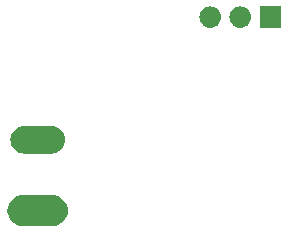
<source format=gbr>
G04 #@! TF.GenerationSoftware,KiCad,Pcbnew,(5.0.2)-1*
G04 #@! TF.CreationDate,2019-08-11T23:26:23-04:00*
G04 #@! TF.ProjectId,LTC3265,4c544333-3236-4352-9e6b-696361645f70,rev?*
G04 #@! TF.SameCoordinates,Original*
G04 #@! TF.FileFunction,Soldermask,Bot*
G04 #@! TF.FilePolarity,Negative*
%FSLAX46Y46*%
G04 Gerber Fmt 4.6, Leading zero omitted, Abs format (unit mm)*
G04 Created by KiCad (PCBNEW (5.0.2)-1) date 8/11/2019 11:26:23 PM*
%MOMM*%
%LPD*%
G01*
G04 APERTURE LIST*
%ADD10C,0.100000*%
G04 APERTURE END LIST*
D10*
G36*
X109629189Y-86333706D02*
X109772540Y-86347825D01*
X110017780Y-86422218D01*
X110017782Y-86422219D01*
X110243796Y-86543026D01*
X110441897Y-86705603D01*
X110604474Y-86903704D01*
X110604475Y-86903706D01*
X110725282Y-87129720D01*
X110799675Y-87374960D01*
X110824794Y-87630000D01*
X110799675Y-87885040D01*
X110725282Y-88130280D01*
X110725281Y-88130282D01*
X110604474Y-88356296D01*
X110441897Y-88554397D01*
X110243796Y-88716974D01*
X110243794Y-88716975D01*
X110017780Y-88837782D01*
X109772540Y-88912175D01*
X109629189Y-88926294D01*
X109581406Y-88931000D01*
X106953594Y-88931000D01*
X106905811Y-88926294D01*
X106762460Y-88912175D01*
X106517220Y-88837782D01*
X106291206Y-88716975D01*
X106291204Y-88716974D01*
X106093103Y-88554397D01*
X105930526Y-88356296D01*
X105809719Y-88130282D01*
X105809718Y-88130280D01*
X105735325Y-87885040D01*
X105710206Y-87630000D01*
X105735325Y-87374960D01*
X105809718Y-87129720D01*
X105930525Y-86903706D01*
X105930526Y-86903704D01*
X106093103Y-86705603D01*
X106291204Y-86543026D01*
X106517218Y-86422219D01*
X106517220Y-86422218D01*
X106762460Y-86347825D01*
X106905811Y-86333706D01*
X106953594Y-86329000D01*
X109581406Y-86329000D01*
X109629189Y-86333706D01*
X109629189Y-86333706D01*
G37*
G36*
X109623036Y-80471016D02*
X109844713Y-80538261D01*
X110049012Y-80647461D01*
X110228081Y-80794419D01*
X110375039Y-80973488D01*
X110484239Y-81177787D01*
X110551484Y-81399464D01*
X110574190Y-81630000D01*
X110551484Y-81860536D01*
X110484239Y-82082213D01*
X110375039Y-82286512D01*
X110228081Y-82465581D01*
X110049012Y-82612539D01*
X109844713Y-82721739D01*
X109623036Y-82788984D01*
X109450271Y-82806000D01*
X107084729Y-82806000D01*
X106911964Y-82788984D01*
X106690287Y-82721739D01*
X106485988Y-82612539D01*
X106306919Y-82465581D01*
X106159961Y-82286512D01*
X106050761Y-82082213D01*
X105983516Y-81860536D01*
X105960810Y-81630000D01*
X105983516Y-81399464D01*
X106050761Y-81177787D01*
X106159961Y-80973488D01*
X106306919Y-80794419D01*
X106485988Y-80647461D01*
X106690287Y-80538261D01*
X106911964Y-80471016D01*
X107084729Y-80454000D01*
X109450271Y-80454000D01*
X109623036Y-80471016D01*
X109623036Y-80471016D01*
G37*
G36*
X128853500Y-72148000D02*
X127051500Y-72148000D01*
X127051500Y-70346000D01*
X128853500Y-70346000D01*
X128853500Y-72148000D01*
X128853500Y-72148000D01*
G37*
G36*
X125522943Y-70352519D02*
X125589127Y-70359037D01*
X125702353Y-70393384D01*
X125758967Y-70410557D01*
X125897587Y-70484652D01*
X125915491Y-70494222D01*
X125951229Y-70523552D01*
X126052686Y-70606814D01*
X126135948Y-70708271D01*
X126165278Y-70744009D01*
X126165279Y-70744011D01*
X126248943Y-70900533D01*
X126248943Y-70900534D01*
X126300463Y-71070373D01*
X126317859Y-71247000D01*
X126300463Y-71423627D01*
X126266116Y-71536853D01*
X126248943Y-71593467D01*
X126174848Y-71732087D01*
X126165278Y-71749991D01*
X126135948Y-71785729D01*
X126052686Y-71887186D01*
X125951229Y-71970448D01*
X125915491Y-71999778D01*
X125915489Y-71999779D01*
X125758967Y-72083443D01*
X125702353Y-72100616D01*
X125589127Y-72134963D01*
X125522943Y-72141481D01*
X125456760Y-72148000D01*
X125368240Y-72148000D01*
X125302057Y-72141481D01*
X125235873Y-72134963D01*
X125122647Y-72100616D01*
X125066033Y-72083443D01*
X124909511Y-71999779D01*
X124909509Y-71999778D01*
X124873771Y-71970448D01*
X124772314Y-71887186D01*
X124689052Y-71785729D01*
X124659722Y-71749991D01*
X124650152Y-71732087D01*
X124576057Y-71593467D01*
X124558884Y-71536853D01*
X124524537Y-71423627D01*
X124507141Y-71247000D01*
X124524537Y-71070373D01*
X124576057Y-70900534D01*
X124576057Y-70900533D01*
X124659721Y-70744011D01*
X124659722Y-70744009D01*
X124689052Y-70708271D01*
X124772314Y-70606814D01*
X124873771Y-70523552D01*
X124909509Y-70494222D01*
X124927413Y-70484652D01*
X125066033Y-70410557D01*
X125122647Y-70393384D01*
X125235873Y-70359037D01*
X125302057Y-70352519D01*
X125368240Y-70346000D01*
X125456760Y-70346000D01*
X125522943Y-70352519D01*
X125522943Y-70352519D01*
G37*
G36*
X122982943Y-70352519D02*
X123049127Y-70359037D01*
X123162353Y-70393384D01*
X123218967Y-70410557D01*
X123357587Y-70484652D01*
X123375491Y-70494222D01*
X123411229Y-70523552D01*
X123512686Y-70606814D01*
X123595948Y-70708271D01*
X123625278Y-70744009D01*
X123625279Y-70744011D01*
X123708943Y-70900533D01*
X123708943Y-70900534D01*
X123760463Y-71070373D01*
X123777859Y-71247000D01*
X123760463Y-71423627D01*
X123726116Y-71536853D01*
X123708943Y-71593467D01*
X123634848Y-71732087D01*
X123625278Y-71749991D01*
X123595948Y-71785729D01*
X123512686Y-71887186D01*
X123411229Y-71970448D01*
X123375491Y-71999778D01*
X123375489Y-71999779D01*
X123218967Y-72083443D01*
X123162353Y-72100616D01*
X123049127Y-72134963D01*
X122982943Y-72141481D01*
X122916760Y-72148000D01*
X122828240Y-72148000D01*
X122762057Y-72141481D01*
X122695873Y-72134963D01*
X122582647Y-72100616D01*
X122526033Y-72083443D01*
X122369511Y-71999779D01*
X122369509Y-71999778D01*
X122333771Y-71970448D01*
X122232314Y-71887186D01*
X122149052Y-71785729D01*
X122119722Y-71749991D01*
X122110152Y-71732087D01*
X122036057Y-71593467D01*
X122018884Y-71536853D01*
X121984537Y-71423627D01*
X121967141Y-71247000D01*
X121984537Y-71070373D01*
X122036057Y-70900534D01*
X122036057Y-70900533D01*
X122119721Y-70744011D01*
X122119722Y-70744009D01*
X122149052Y-70708271D01*
X122232314Y-70606814D01*
X122333771Y-70523552D01*
X122369509Y-70494222D01*
X122387413Y-70484652D01*
X122526033Y-70410557D01*
X122582647Y-70393384D01*
X122695873Y-70359037D01*
X122762057Y-70352519D01*
X122828240Y-70346000D01*
X122916760Y-70346000D01*
X122982943Y-70352519D01*
X122982943Y-70352519D01*
G37*
M02*

</source>
